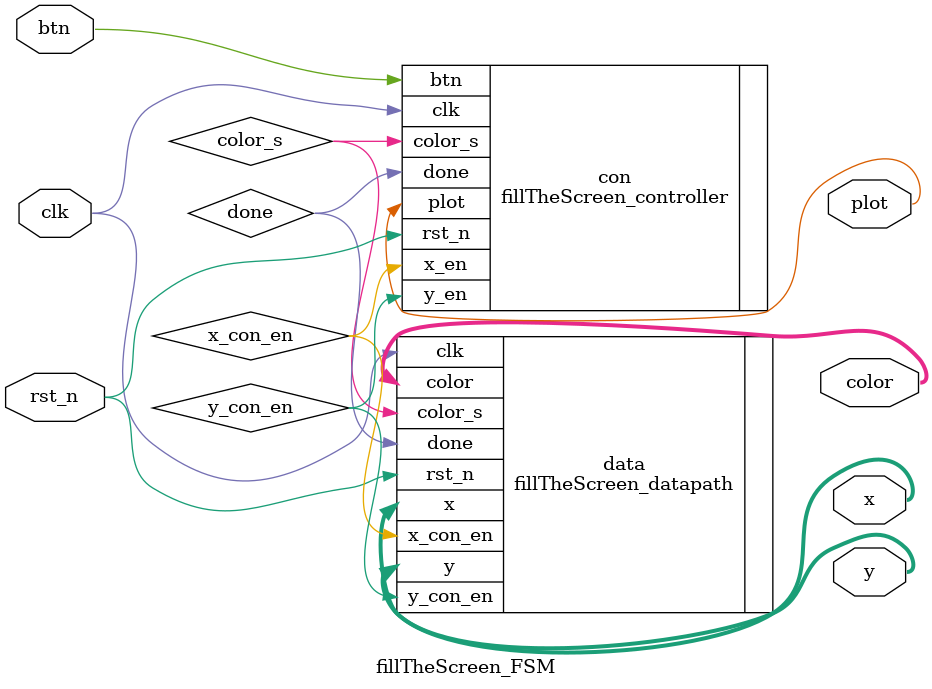
<source format=sv>
module fillTheScreen_FSM (
    clk,
    rst_n,
    btn,
    x,
    y,
    plot,
    color
);

  input rst_n, clk, btn;
  output [6:0] y;
  output [7:0] x;
  output plot;
  output [2:0] color;

  logic color_s, done, y_con_en, x_con_en;

  fillTheScreen_datapath data (
      .clk(clk),
      .rst_n(rst_n),
      .color_s(color_s),
      .x(x),
      .y(y),
      .y_con_en(y_con_en),
      .x_con_en(x_con_en),
      .done(done),
      .color(color)
  );

  fillTheScreen_controller con (
      .clk(clk),
      .rst_n(rst_n),
      .btn(btn),
      .done(done),
      .color_s(color_s),
      .plot(plot),
      .y_en(y_con_en),
      .x_en(x_con_en)
  );

endmodule

</source>
